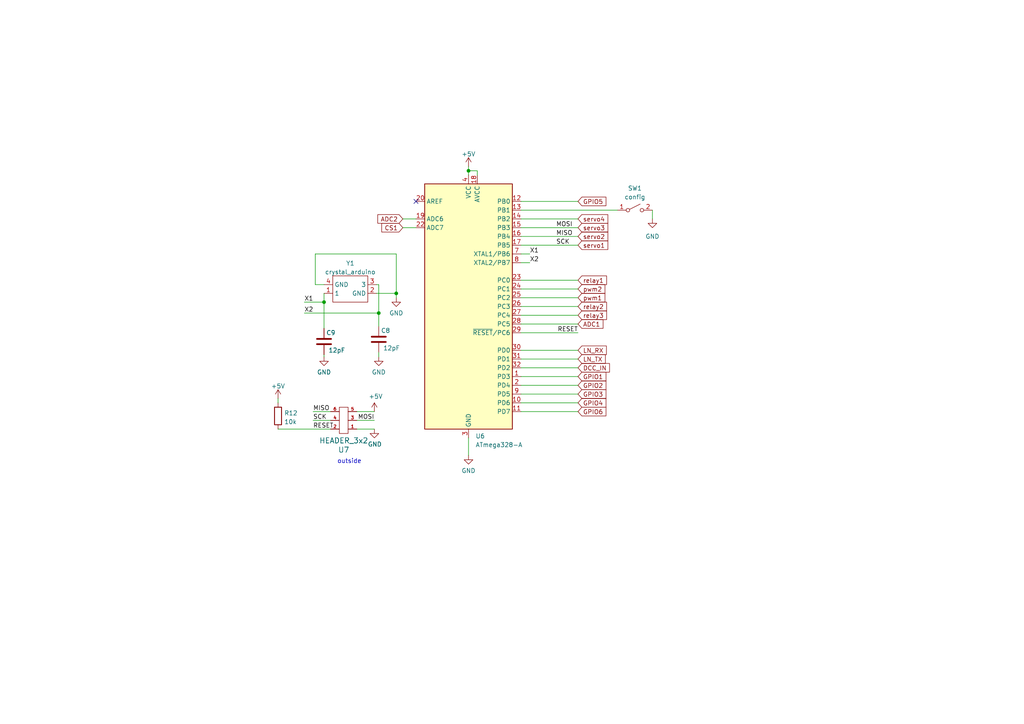
<source format=kicad_sch>
(kicad_sch (version 20211123) (generator eeschema)
  (paper "A4")
  (title_block (title "General Purpose IO module"))
  (lib_symbols
    (symbol "Device:C" (pin_numbers hide) (pin_names (offset 0.254))
      (property "Reference" "C" (at 0.635 2.54 0))
      (property "Value" "C" (at 0.635 -2.54 0))
      (symbol "C_0_1"
        (polyline (pts (xy -2.032 -0.762) (xy 2.032 -0.762)) (stroke (width 0.508)))
        (polyline (pts (xy -2.032 0.762) (xy 2.032 0.762)) (stroke (width 0.508)))
      )
      (symbol "C_1_1"
        (pin passive line (at 0 3.81 270) (length 2.794) (name "~") (number "1"))
        (pin passive line (at 0 -3.81 90) (length 2.794) (name "~") (number "2"))
      )
    )
    (symbol "Device:R" (pin_numbers hide) (pin_names (offset 0))
      (property "Reference" "R" (at 2.032 0 90))
      (property "Value" "R" (at 0 0 90))
      (symbol "R_0_1"
        (rectangle (start -1.016 -2.54) (end 1.016 2.54) (stroke (width 0.254)))
      )
      (symbol "R_1_1"
        (pin passive line (at 0 3.81 270) (length 1.27) (name "~") (number "1"))
        (pin passive line (at 0 -3.81 90) (length 1.27) (name "~") (number "2"))
      )
    )
    (symbol "MCU_Microchip_ATmega:ATmega328-A"
      (property "Reference" "U" (at -12.7 36.83 0))
      (property "Value" "ATmega328-A" (at 2.54 -36.83 0))
      (symbol "ATmega328-A_0_1"
        (rectangle (start -12.7 -35.56) (end 12.7 35.56) (stroke (width 0.254)) (fill (type background)))
      )
      (symbol "ATmega328-A_1_1"
        (pin bidirectional line (at 15.24 -20.32 180) (length 2.54) (name "PD3") (number "1"))
        (pin bidirectional line (at 15.24 -27.94 180) (length 2.54) (name "PD6") (number "10"))
        (pin bidirectional line (at 15.24 -30.48 180) (length 2.54) (name "PD7") (number "11"))
        (pin bidirectional line (at 15.24 30.48 180) (length 2.54) (name "PB0") (number "12"))
        (pin bidirectional line (at 15.24 27.94 180) (length 2.54) (name "PB1") (number "13"))
        (pin bidirectional line (at 15.24 25.4 180) (length 2.54) (name "PB2") (number "14"))
        (pin bidirectional line (at 15.24 22.86 180) (length 2.54) (name "PB3") (number "15"))
        (pin bidirectional line (at 15.24 20.32 180) (length 2.54) (name "PB4") (number "16"))
        (pin bidirectional line (at 15.24 17.78 180) (length 2.54) (name "PB5") (number "17"))
        (pin power_in line (at 2.54 38.1 270) (length 2.54) (name "AVCC") (number "18"))
        (pin input line (at -15.24 25.4 0) (length 2.54) (name "ADC6") (number "19"))
        (pin bidirectional line (at 15.24 -22.86 180) (length 2.54) (name "PD4") (number "2"))
        (pin passive line (at -15.24 30.48 0) (length 2.54) (name "AREF") (number "20"))
        (pin passive line (at 0 -38.1 90) (length 2.54) hide (name "GND") (number "21"))
        (pin input line (at -15.24 22.86 0) (length 2.54) (name "ADC7") (number "22"))
        (pin bidirectional line (at 15.24 7.62 180) (length 2.54) (name "PC0") (number "23"))
        (pin bidirectional line (at 15.24 5.08 180) (length 2.54) (name "PC1") (number "24"))
        (pin bidirectional line (at 15.24 2.54 180) (length 2.54) (name "PC2") (number "25"))
        (pin bidirectional line (at 15.24 0 180) (length 2.54) (name "PC3") (number "26"))
        (pin bidirectional line (at 15.24 -2.54 180) (length 2.54) (name "PC4") (number "27"))
        (pin bidirectional line (at 15.24 -5.08 180) (length 2.54) (name "PC5") (number "28"))
        (pin bidirectional line (at 15.24 -7.62 180) (length 2.54) (name "~{RESET}/PC6") (number "29"))
        (pin power_in line (at 0 -38.1 90) (length 2.54) (name "GND") (number "3"))
        (pin bidirectional line (at 15.24 -12.7 180) (length 2.54) (name "PD0") (number "30"))
        (pin bidirectional line (at 15.24 -15.24 180) (length 2.54) (name "PD1") (number "31"))
        (pin bidirectional line (at 15.24 -17.78 180) (length 2.54) (name "PD2") (number "32"))
        (pin power_in line (at 0 38.1 270) (length 2.54) (name "VCC") (number "4"))
        (pin passive line (at 0 -38.1 90) (length 2.54) hide (name "GND") (number "5"))
        (pin passive line (at 0 38.1 270) (length 2.54) hide (name "VCC") (number "6"))
        (pin bidirectional line (at 15.24 15.24 180) (length 2.54) (name "XTAL1/PB6") (number "7"))
        (pin bidirectional line (at 15.24 12.7 180) (length 2.54) (name "XTAL2/PB7") (number "8"))
        (pin bidirectional line (at 15.24 -25.4 180) (length 2.54) (name "PD5") (number "9"))
      )
    )
    (symbol "Switch:SW_SPST" (pin_names (offset 0) hide)
      (property "Reference" "SW" (at 0 3.175 0))
      (property "Value" "SW_SPST" (at 0 -2.54 0))
      (symbol "SW_SPST_0_0"
        (circle (center -2.032 0) (radius 0.508))
        (polyline (pts (xy -1.524 0.254) (xy 1.524 1.778)))
        (circle (center 2.032 0) (radius 0.508))
      )
      (symbol "SW_SPST_1_1"
        (pin passive line (at -5.08 0 0) (length 2.54) (name "A") (number "1"))
        (pin passive line (at 5.08 0 180) (length 2.54) (name "B") (number "2"))
      )
    )
    (symbol "custom_bas:crystal_arduino"
      (property "Reference" "Y" (at -2.54 0 0))
      (property "Value" "crystal_arduino" (at -1.27 2.54 0))
      (symbol "crystal_arduino_0_1"
        (rectangle (start -7.62 11.43) (end 2.54 3.81) (stroke (width 0.1524)))
      )
      (symbol "crystal_arduino_1_1"
        (pin passive line (at -10.16 6.35 0) (length 2.54) (name "1") (number "1"))
        (pin power_in line (at 5.08 6.35 180) (length 2.54) (name "GND") (number "2"))
        (pin passive line (at 5.08 8.89 180) (length 2.54) (name "3") (number "3"))
        (pin power_in line (at -10.16 8.89 0) (length 2.54) (name "GND") (number "4"))
      )
    )
    (symbol "power:+5V" (power) (pin_names (offset 0))
      (property "Value" "+5V" (at 0 3.556 0))
      (symbol "+5V_0_1"
        (polyline (pts (xy -0.762 1.27) (xy 0 2.54)))
        (polyline (pts (xy 0 0) (xy 0 2.54)))
        (polyline (pts (xy 0 2.54) (xy 0.762 1.27)))
      )
      (symbol "+5V_1_1"
        (pin power_in line (at 0 0 90) (length 0) hide (name "+5V") (number "1"))
      )
    )
    (symbol "power:GND" (power) (pin_names (offset 0))
      (property "Value" "GND" (at 0 -3.81 0))
      (symbol "GND_0_1"
        (polyline (pts (xy 0 0) (xy 0 -1.27) (xy 1.27 -1.27) (xy 0 -2.54) (xy -1.27 -1.27) (xy 0 -1.27)))
      )
      (symbol "GND_1_1"
        (pin power_in line (at 0 0 270) (length 0) hide (name "GND") (number "1"))
      )
    )
    (symbol "servoDriverSMD-rescue:HEADER_3x2-w_connectors" (pin_names (offset 0))
      (property "Reference" "J" (at 0 5.08 0))
      (property "Value" "HEADER_3x2-w_connectors" (at 0 -5.08 0))
      (symbol "HEADER_3x2-w_connectors_0_1"
        (rectangle (start 1.27 3.81) (end -1.27 -3.81))
      )
      (symbol "HEADER_3x2-w_connectors_1_1"
        (pin passive line (at -3.81 2.54 0) (length 2.54) (name "~") (number "1"))
        (pin passive line (at 3.81 2.54 180) (length 2.54) (name "~") (number "2"))
        (pin passive line (at -3.81 0 0) (length 2.54) (name "~") (number "3"))
        (pin passive line (at 3.81 0 180) (length 2.54) (name "~") (number "4"))
        (pin passive line (at -3.81 -2.54 0) (length 2.54) (name "~") (number "5"))
        (pin passive line (at 3.81 -2.54 180) (length 2.54) (name "~") (number "6"))
      )
    )
  )
  (junction (at 114.935 85.09))
  (junction (at 135.89 49.53))
  (junction (at 93.98 87.63))
  (junction (at 109.855 90.805))
  (no_connect (at 120.65 58.42))
  (wire (pts (xy 151.13 116.84) (xy 167.64 116.84)))
  (wire (pts (xy 93.98 87.63) (xy 93.98 95.25)))
  (wire (pts (xy 114.935 73.66) (xy 114.935 85.09)))
  (wire (pts (xy 151.13 104.14) (xy 167.64 104.14)))
  (wire (pts (xy 135.89 127) (xy 135.89 132.08)))
  (wire (pts (xy 116.84 66.04) (xy 120.65 66.04)))
  (wire (pts (xy 114.935 85.09) (xy 109.22 85.09)))
  (wire (pts (xy 151.13 106.68) (xy 167.64 106.68)))
  (wire (pts (xy 151.13 71.12) (xy 167.64 71.12)))
  (wire (pts (xy 151.13 68.58) (xy 167.64 68.58)))
  (wire (pts (xy 93.98 85.09) (xy 93.98 87.63)))
  (wire (pts (xy 109.855 102.235) (xy 109.855 103.505)))
  (wire (pts (xy 88.265 90.805) (xy 109.855 90.805)))
  (wire (pts (xy 151.13 58.42) (xy 167.64 58.42)))
  (wire (pts (xy 109.855 90.805) (xy 109.855 94.615)))
  (wire (pts (xy 151.13 86.36) (xy 167.64 86.36)))
  (wire (pts (xy 91.44 82.55) (xy 91.44 73.66)))
  (wire (pts (xy 151.13 63.5) (xy 167.64 63.5)))
  (wire (pts (xy 151.13 83.82) (xy 167.64 83.82)))
  (wire (pts (xy 114.935 85.09) (xy 114.935 86.36)))
  (wire (pts (xy 151.13 88.9) (xy 167.64 88.9)))
  (wire (pts (xy 151.13 81.28) (xy 167.64 81.28)))
  (wire (pts (xy 103.505 124.46) (xy 108.585 124.46)))
  (wire (pts (xy 109.855 82.55) (xy 109.22 82.55)))
  (wire (pts (xy 138.43 49.53) (xy 135.89 49.53)))
  (wire (pts (xy 151.13 114.3) (xy 167.64 114.3)))
  (wire (pts (xy 116.84 63.5) (xy 120.65 63.5)))
  (wire (pts (xy 151.13 76.2) (xy 153.67 76.2)))
  (wire (pts (xy 151.13 111.76) (xy 167.64 111.76)))
  (wire (pts (xy 151.13 73.66) (xy 153.67 73.66)))
  (wire (pts (xy 135.89 48.26) (xy 135.89 49.53)))
  (wire (pts (xy 91.44 73.66) (xy 114.935 73.66)))
  (wire (pts (xy 103.505 121.92) (xy 108.585 121.92)))
  (wire (pts (xy 80.645 124.46) (xy 95.885 124.46)))
  (wire (pts (xy 135.89 49.53) (xy 135.89 50.8)))
  (wire (pts (xy 151.13 60.96) (xy 179.07 60.96)))
  (wire (pts (xy 138.43 50.8) (xy 138.43 49.53)))
  (wire (pts (xy 103.505 119.38) (xy 108.585 119.38)))
  (wire (pts (xy 93.98 102.87) (xy 93.98 103.505)))
  (wire (pts (xy 151.13 109.22) (xy 167.64 109.22)))
  (wire (pts (xy 80.645 115.57) (xy 80.645 116.84)))
  (wire (pts (xy 151.13 96.52) (xy 167.64 96.52)))
  (wire (pts (xy 151.13 66.04) (xy 167.64 66.04)))
  (wire (pts (xy 151.13 101.6) (xy 167.64 101.6)))
  (wire (pts (xy 189.23 60.96) (xy 189.23 63.5)))
  (wire (pts (xy 151.13 119.38) (xy 167.64 119.38)))
  (wire (pts (xy 95.885 121.92) (xy 90.805 121.92)))
  (wire (pts (xy 151.13 93.98) (xy 167.64 93.98)))
  (wire (pts (xy 91.44 82.55) (xy 93.98 82.55)))
  (wire (pts (xy 109.855 82.55) (xy 109.855 90.805)))
  (wire (pts (xy 88.265 87.63) (xy 93.98 87.63)))
  (wire (pts (xy 151.13 91.44) (xy 167.64 91.44)))
  (wire (pts (xy 90.805 119.38) (xy 95.885 119.38)))
  (text "outside" (at 97.79 134.62 0) (effects (font (size 1.27 1.27)) (justify left bottom)))
  (label "X2" (at 153.67 76.2 0))
  (label "X2" (at 88.265 90.805 0))
  (label "MOSI" (at 108.585 121.92 180))
  (label "MISO" (at 161.29 68.58 0))
  (label "X1" (at 153.67 73.66 0))
  (label "SCK" (at 90.805 121.92 0))
  (label "X1" (at 88.265 87.63 0))
  (label "MISO" (at 90.805 119.38 0))
  (label "MOSI" (at 161.29 66.04 0))
  (label "SCK" (at 161.29 71.12 0))
  (label "RESET" (at 167.64 96.52 180))
  (label "RESET" (at 90.805 124.46 0))
  (global_label "GPIO6" (shape input) (at 167.64 119.38 0) (property "Intersheet References" "${INTERSHEET_REFS}" (effects hide)))
  (global_label "GPIO4" (shape input) (at 167.64 116.84 0) (property "Intersheet References" "${INTERSHEET_REFS}" (effects hide)))
  (global_label "relay1" (shape input) (at 167.64 81.28 0) (property "Intersheet References" "${INTERSHEET_REFS}" (effects hide)))
  (global_label "servo2" (shape input) (at 167.64 68.58 0) (property "Intersheet References" "${INTERSHEET_REFS}" (effects hide)))
  (global_label "GPIO3" (shape input) (at 167.64 114.3 0) (property "Intersheet References" "${INTERSHEET_REFS}" (effects hide)))
  (global_label "relay3" (shape input) (at 167.64 91.44 0) (property "Intersheet References" "${INTERSHEET_REFS}" (effects hide)))
  (global_label "servo3" (shape input) (at 167.64 66.04 0) (property "Intersheet References" "${INTERSHEET_REFS}" (effects hide)))
  (global_label "servo1" (shape input) (at 167.64 71.12 0) (property "Intersheet References" "${INTERSHEET_REFS}" (effects hide)))
  (global_label "pwm2" (shape input) (at 167.64 83.82 0) (property "Intersheet References" "${INTERSHEET_REFS}" (effects hide)))
  (global_label "ADC2" (shape input) (at 116.84 63.5 180) (property "Intersheet References" "${INTERSHEET_REFS}" (effects hide)))
  (global_label "LN_RX" (shape input) (at 167.64 101.6 0) (property "Intersheet References" "${INTERSHEET_REFS}" (effects hide)))
  (global_label "CS1" (shape input) (at 116.84 66.04 180) (property "Intersheet References" "${INTERSHEET_REFS}" (effects hide)))
  (global_label "GPIO2" (shape input) (at 167.64 111.76 0) (property "Intersheet References" "${INTERSHEET_REFS}" (effects hide)))
  (global_label "pwm1" (shape input) (at 167.64 86.36 0) (property "Intersheet References" "${INTERSHEET_REFS}" (effects hide)))
  (global_label "ADC1" (shape input) (at 167.64 93.98 0) (property "Intersheet References" "${INTERSHEET_REFS}" (effects hide)))
  (global_label "LN_TX" (shape input) (at 167.64 104.14 0) (property "Intersheet References" "${INTERSHEET_REFS}" (effects hide)))
  (global_label "servo4" (shape input) (at 167.64 63.5 0) (property "Intersheet References" "${INTERSHEET_REFS}" (effects hide)))
  (global_label "GPIO5" (shape input) (at 167.64 58.42 0) (property "Intersheet References" "${INTERSHEET_REFS}" (effects hide)))
  (global_label "GPIO1" (shape input) (at 167.64 109.22 0) (property "Intersheet References" "${INTERSHEET_REFS}" (effects hide)))
  (global_label "DCC_IN" (shape input) (at 167.64 106.68 0) (property "Intersheet References" "${INTERSHEET_REFS}" (effects hide)))
  (global_label "relay2" (shape input) (at 167.64 88.9 0) (property "Intersheet References" "${INTERSHEET_REFS}" (effects hide)))
  (symbol (lib_id "power:GND") (at 109.855 103.505 0) (unit 1)
    (property "Reference" "#PWR040" (effects hide))
    (property "Value" "GND" (at 109.855 107.9484 0))
  )
  (symbol (lib_id "power:+5V") (at 108.585 119.38 0) (unit 1)
    (property "Reference" "#PWR042" (effects hide))
    (property "Value" "+5V" (at 108.966 114.9858 0))
  )
  (symbol (lib_id "Device:C") (at 109.855 98.425 180) (unit 1)
    (property "Reference" "C8" (at 110.49 95.885 0) (effects (justify right)))
    (property "Value" "12pF" (at 111.125 100.965 0) (effects (justify right)))
    (property "Footprint" "Capacitor_SMD:C_0603_1608Metric_Pad1.08x0.95mm_HandSolder" (effects hide))
    (property "JLCPCB Part#" "C38523" (effects hide))
  )
  (symbol (lib_id "Device:C") (at 93.98 99.06 180) (unit 1)
    (property "Reference" "C9" (at 94.615 96.52 0) (effects (justify right)))
    (property "Value" "12pF" (at 95.25 101.6 0) (effects (justify right)))
    (property "Footprint" "Capacitor_SMD:C_0603_1608Metric_Pad1.08x0.95mm_HandSolder" (effects hide))
    (property "JLCPCB Part#" "C38523" (effects hide))
  )
  (symbol (lib_id "Switch:SW_SPST") (at 184.15 60.96 0) (unit 1)
    (property "Reference" "SW1" (at 184.15 54.61 0))
    (property "Value" "config" (at 184.15 57.15 0))
    (property "Footprint" "Button_Switch_SMD:SW_SPST_SKQG_WithStem" (effects hide))
    (property "JLCPCB Part#" "C318884" (effects hide))
  )
  (symbol (lib_id "MCU_Microchip_ATmega:ATmega328-A") (at 135.89 88.9 0) (unit 1)
    (property "Reference" "U6" (at 137.9094 126.4904 0) (effects (justify left)))
    (property "Value" "ATmega328-A" (at 137.9094 129.0273 0) (effects (justify left)))
    (property "Footprint" "Package_QFP:TQFP-32_7x7mm_P0.8mm" (effects hide))
    (property "Datasheet" "http://ww1.microchip.com/downloads/en/DeviceDoc/ATmega328_P%20AVR%20MCU%20with%20picoPower%20Technology%20Data%20Sheet%2040001984A.pdf" (effects hide))
    (property "JLCPCB Part#" "C14877" (effects hide))
  )
  (symbol (lib_id "power:GND") (at 135.89 132.08 0) (unit 1)
    (property "Reference" "#PWR044" (effects hide))
    (property "Value" "GND" (at 135.89 136.5234 0))
  )
  (symbol (lib_id "power:GND") (at 114.935 86.36 0) (unit 1)
    (property "Reference" "#PWR038" (effects hide))
    (property "Value" "GND" (at 114.935 90.8034 0))
  )
  (symbol (lib_id "custom_bas:crystal_arduino") (at 104.14 91.44 0) (unit 1)
    (property "Reference" "Y1" (at 101.6 76.361 0))
    (property "Value" "crystal_arduino" (at 101.6 78.8979 0))
    (property "Footprint" "custom_kicad_lib_sk:crystal_arduino" (effects hide))
    (property "JLCPCB Part#" "C13738" (effects hide))
  )
  (symbol (lib_id "power:GND") (at 189.23 63.5 0) (unit 1)
    (property "Reference" "#PWR037" (effects hide))
    (property "Value" "GND" (at 189.23 68.58 0))
  )
  (symbol (lib_id "power:+5V") (at 80.645 115.57 0) (unit 1)
    (property "Reference" "#PWR041" (effects hide))
    (property "Value" "+5V" (at 80.645 111.9942 0))
  )
  (symbol (lib_id "power:+5V") (at 135.89 48.26 0) (unit 1)
    (property "Reference" "#PWR036" (effects hide))
    (property "Value" "+5V" (at 135.89 44.6842 0))
  )
  (symbol (lib_id "power:GND") (at 93.98 103.505 0) (unit 1)
    (property "Reference" "#PWR039" (effects hide))
    (property "Value" "GND" (at 93.98 107.9484 0))
  )
  (symbol (lib_id "servoDriverSMD-rescue:HEADER_3x2-w_connectors") (at 99.695 121.92 180) (unit 1)
    (property "Reference" "U7" (at 99.695 130.4798 0) (effects (font (size 1.524 1.524))))
    (property "Value" "HEADER_3x2" (at 99.695 127.7874 0) (effects (font (size 1.524 1.524))))
    (property "Footprint" "Connector_PinSocket_1.27mm:PinSocket_2x03_P1.27mm_Vertical" (effects hide))
  )
  (symbol (lib_id "power:GND") (at 108.585 124.46 0) (unit 1)
    (property "Reference" "#PWR043" (effects hide))
    (property "Value" "GND" (at 108.712 128.8542 0))
  )
  (symbol (lib_id "Device:R") (at 80.645 120.65 0) (unit 1)
    (property "Reference" "R12" (at 82.423 119.8153 0) (effects (justify left)))
    (property "Value" "10k" (at 82.423 122.3522 0) (effects (justify left)))
    (property "Footprint" "Resistor_SMD:R_0603_1608Metric_Pad0.98x0.95mm_HandSolder" (effects hide))
    (property "JLCPCB Part#" "C25804" (effects hide))
  )
)
</source>
